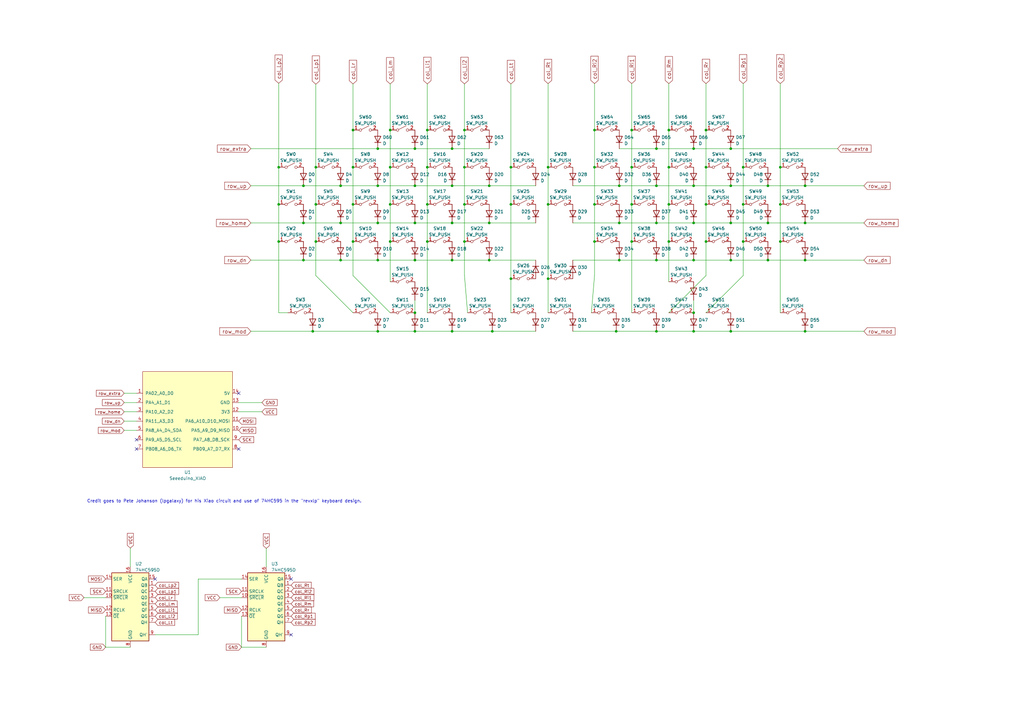
<source format=kicad_sch>
(kicad_sch (version 20211123) (generator eeschema)
  (paper "A3")
  (title_block (title "BumWings_002") (date "2022-11-16") (rev "v0.5") (company "tubby.twins a.k.a. mschnoor"))
  (junction (at 144.78 83.82))
  (junction (at 289.56 68.58))
  (junction (at 299.72 91.44))
  (junction (at 284.48 106.68))
  (junction (at 154.94 76.2))
  (junction (at 284.48 91.44))
  (junction (at 330.2 106.68))
  (junction (at 185.42 91.44))
  (junction (at 330.2 91.44))
  (junction (at 314.96 91.44))
  (junction (at 320.04 68.58))
  (junction (at 144.78 99.06))
  (junction (at 124.46 106.68))
  (junction (at 304.8 99.06))
  (junction (at 269.24 135.89))
  (junction (at 274.32 53.34))
  (junction (at 289.56 83.82))
  (junction (at 299.72 60.96))
  (junction (at 129.54 68.58))
  (junction (at 170.18 91.44))
  (junction (at 200.66 91.44))
  (junction (at 269.24 106.68))
  (junction (at 175.26 83.82))
  (junction (at 190.5 99.06))
  (junction (at 289.56 53.34))
  (junction (at 243.84 83.82))
  (junction (at 243.84 68.58))
  (junction (at 144.78 53.34))
  (junction (at 304.8 83.82))
  (junction (at 330.2 76.2))
  (junction (at 114.3 99.06))
  (junction (at 185.42 76.2))
  (junction (at 284.48 60.96))
  (junction (at 154.94 106.68))
  (junction (at 289.56 99.06))
  (junction (at 284.48 135.89))
  (junction (at 175.26 68.58))
  (junction (at 314.96 76.2))
  (junction (at 124.46 76.2))
  (junction (at 274.32 99.06))
  (junction (at 259.08 83.82))
  (junction (at 330.2 135.89))
  (junction (at 320.04 99.06))
  (junction (at 252.73 135.89))
  (junction (at 274.32 83.82))
  (junction (at 170.18 76.2))
  (junction (at 128.27 135.89))
  (junction (at 154.94 91.44))
  (junction (at 201.93 135.89))
  (junction (at 269.24 60.96))
  (junction (at 185.42 106.68))
  (junction (at 170.18 106.68))
  (junction (at 299.72 135.89))
  (junction (at 175.26 99.06))
  (junction (at 243.84 99.06))
  (junction (at 170.18 128.27))
  (junction (at 209.55 68.58))
  (junction (at 320.04 83.82))
  (junction (at 259.08 53.34))
  (junction (at 139.7 106.68))
  (junction (at 144.78 68.58))
  (junction (at 170.18 60.96))
  (junction (at 254 91.44))
  (junction (at 299.72 106.68))
  (junction (at 190.5 68.58))
  (junction (at 209.55 114.3))
  (junction (at 209.55 83.82))
  (junction (at 254 76.2))
  (junction (at 269.24 91.44))
  (junction (at 114.3 68.58))
  (junction (at 160.02 83.82))
  (junction (at 200.66 76.2))
  (junction (at 224.79 114.3))
  (junction (at 243.84 53.34))
  (junction (at 284.48 76.2))
  (junction (at 259.08 99.06))
  (junction (at 139.7 91.44))
  (junction (at 160.02 68.58))
  (junction (at 124.46 91.44))
  (junction (at 284.48 128.27))
  (junction (at 190.5 53.34))
  (junction (at 154.94 60.96))
  (junction (at 185.42 135.89))
  (junction (at 200.66 106.68))
  (junction (at 185.42 60.96))
  (junction (at 224.79 83.82))
  (junction (at 190.5 83.82))
  (junction (at 170.18 135.89))
  (junction (at 274.32 68.58))
  (junction (at 299.72 76.2))
  (junction (at 224.79 68.58))
  (junction (at 254 106.68))
  (junction (at 160.02 53.34))
  (junction (at 175.26 53.34))
  (junction (at 129.54 83.82))
  (junction (at 314.96 106.68))
  (junction (at 304.8 68.58))
  (junction (at 160.02 99.06))
  (junction (at 269.24 76.2))
  (junction (at 114.3 83.82))
  (junction (at 139.7 76.2))
  (junction (at 259.08 68.58))
  (junction (at 129.54 99.06))
  (junction (at 154.94 135.89))
  (no_connect (at 97.917 161.29))
  (no_connect (at 97.917 184.15))
  (no_connect (at 56.007 184.15))
  (no_connect (at 56.007 180.34))
  (no_connect (at 119.38 237.49))
  (no_connect (at 63.627 237.49))
  (no_connect (at 119.38 260.35))
  (wire (pts (xy 259.08 99.06) (xy 259.08 128.27)))
  (wire (pts (xy 274.32 53.34) (xy 274.32 68.58)))
  (wire (pts (xy 209.55 128.27) (xy 209.55 114.3)))
  (wire (pts (xy 129.54 99.06) (xy 129.54 113.03)))
  (wire (pts (xy 200.66 106.68) (xy 219.71 106.68)))
  (wire (pts (xy 81.28 237.49) (xy 99.06 237.49)))
  (wire (pts (xy 144.78 53.34) (xy 144.78 68.58)))
  (wire (pts (xy 99.06 265.43) (xy 109.22 265.43)))
  (wire (pts (xy 224.79 83.82) (xy 224.79 114.3)))
  (wire (pts (xy 200.66 91.44) (xy 219.71 91.44)))
  (wire (pts (xy 154.94 135.89) (xy 170.18 135.89)))
  (wire (pts (xy 299.72 60.96) (xy 343.535 60.96)))
  (wire (pts (xy 299.72 106.68) (xy 314.96 106.68)))
  (wire (pts (xy 259.08 83.82) (xy 259.08 99.06)))
  (wire (pts (xy 284.48 60.96) (xy 299.72 60.96)))
  (wire (pts (xy 209.55 68.58) (xy 209.55 83.82)))
  (wire (pts (xy 190.5 99.06) (xy 190.5 113.03)))
  (wire (pts (xy 209.55 83.82) (xy 209.55 114.3)))
  (wire (pts (xy 243.84 68.58) (xy 243.84 83.82)))
  (wire (pts (xy 144.78 99.06) (xy 144.78 113.03)))
  (wire (pts (xy 299.72 91.44) (xy 314.96 91.44)))
  (wire (pts (xy 114.3 68.58) (xy 114.3 83.82)))
  (wire (pts (xy 50.927 161.29) (xy 56.007 161.29)))
  (wire (pts (xy 160.02 68.58) (xy 160.02 83.82)))
  (wire (pts (xy 114.3 83.82) (xy 114.3 99.06)))
  (wire (pts (xy 274.32 128.27) (xy 289.56 113.03)))
  (wire (pts (xy 209.55 34.417) (xy 209.55 68.58)))
  (wire (pts (xy 254 106.68) (xy 269.24 106.68)))
  (wire (pts (xy 190.5 53.34) (xy 190.5 68.58)))
  (wire (pts (xy 154.94 91.44) (xy 170.18 91.44)))
  (wire (pts (xy 243.84 99.06) (xy 243.84 113.03)))
  (wire (pts (xy 299.72 76.2) (xy 314.96 76.2)))
  (wire (pts (xy 254 76.2) (xy 269.24 76.2)))
  (wire (pts (xy 314.96 76.2) (xy 330.2 76.2)))
  (wire (pts (xy 81.28 260.35) (xy 81.28 237.49)))
  (wire (pts (xy 190.5 68.58) (xy 190.5 83.82)))
  (wire (pts (xy 224.79 68.58) (xy 224.79 83.82)))
  (wire (pts (xy 154.94 106.68) (xy 170.18 106.68)))
  (wire (pts (xy 102.87 91.44) (xy 124.46 91.44)))
  (wire (pts (xy 160.02 99.06) (xy 160.02 115.57)))
  (wire (pts (xy 170.18 135.89) (xy 185.42 135.89)))
  (wire (pts (xy 289.56 99.06) (xy 289.56 113.03)))
  (wire (pts (xy 124.46 106.68) (xy 139.7 106.68)))
  (wire (pts (xy 219.71 76.2) (xy 200.66 76.2)))
  (wire (pts (xy 201.93 135.89) (xy 219.71 135.89)))
  (wire (pts (xy 320.04 34.29) (xy 320.04 68.58)))
  (wire (pts (xy 124.46 76.2) (xy 139.7 76.2)))
  (wire (pts (xy 284.48 91.44) (xy 299.72 91.44)))
  (wire (pts (xy 190.5 34.417) (xy 190.5 53.34)))
  (wire (pts (xy 284.48 123.19) (xy 284.48 128.27)))
  (wire (pts (xy 320.04 83.82) (xy 320.04 99.06)))
  (wire (pts (xy 170.18 76.2) (xy 185.42 76.2)))
  (wire (pts (xy 234.95 135.89) (xy 252.73 135.89)))
  (wire (pts (xy 63.627 260.35) (xy 81.28 260.35)))
  (wire (pts (xy 50.927 165.1) (xy 56.007 165.1)))
  (wire (pts (xy 43.307 265.43) (xy 53.467 265.43)))
  (wire (pts (xy 234.95 106.68) (xy 254 106.68)))
  (wire (pts (xy 252.73 135.89) (xy 269.24 135.89)))
  (wire (pts (xy 224.79 128.27) (xy 224.79 114.3)))
  (wire (pts (xy 259.08 53.34) (xy 259.08 68.58)))
  (wire (pts (xy 175.26 99.06) (xy 175.26 128.27)))
  (wire (pts (xy 185.42 135.89) (xy 201.93 135.89)))
  (wire (pts (xy 129.54 68.58) (xy 129.54 83.82)))
  (wire (pts (xy 259.08 34.29) (xy 259.08 53.34)))
  (wire (pts (xy 154.94 76.2) (xy 170.18 76.2)))
  (wire (pts (xy 254 91.44) (xy 269.24 91.44)))
  (wire (pts (xy 354.33 106.68) (xy 330.2 106.68)))
  (wire (pts (xy 284.48 76.2) (xy 299.72 76.2)))
  (wire (pts (xy 274.32 68.58) (xy 274.32 83.82)))
  (wire (pts (xy 160.02 83.82) (xy 160.02 99.06)))
  (wire (pts (xy 53.467 224.79) (xy 53.467 232.41)))
  (wire (pts (xy 175.26 34.417) (xy 175.26 53.34)))
  (wire (pts (xy 90.17 245.11) (xy 99.06 245.11)))
  (wire (pts (xy 99.06 252.73) (xy 99.06 265.43)))
  (wire (pts (xy 102.87 76.2) (xy 124.46 76.2)))
  (wire (pts (xy 185.42 76.2) (xy 200.66 76.2)))
  (wire (pts (xy 304.8 83.82) (xy 304.8 99.06)))
  (wire (pts (xy 170.18 123.19) (xy 170.18 128.27)))
  (wire (pts (xy 50.927 172.72) (xy 56.007 172.72)))
  (wire (pts (xy 254 60.96) (xy 269.24 60.96)))
  (wire (pts (xy 284.48 106.68) (xy 299.72 106.68)))
  (wire (pts (xy 289.56 128.27) (xy 304.8 113.03)))
  (wire (pts (xy 354.33 91.44) (xy 330.2 91.44)))
  (wire (pts (xy 243.84 53.34) (xy 243.84 68.58)))
  (wire (pts (xy 175.26 68.58) (xy 175.26 83.82)))
  (wire (pts (xy 185.42 91.44) (xy 200.66 91.44)))
  (wire (pts (xy 289.56 34.29) (xy 289.56 53.34)))
  (wire (pts (xy 109.22 232.41) (xy 109.22 224.917)))
  (wire (pts (xy 284.48 135.89) (xy 299.72 135.89)))
  (wire (pts (xy 102.87 60.96) (xy 154.94 60.96)))
  (wire (pts (xy 243.84 113.03) (xy 242.57 128.27)))
  (wire (pts (xy 185.42 60.96) (xy 170.18 60.96)))
  (wire (pts (xy 274.32 34.29) (xy 274.32 53.34)))
  (wire (pts (xy 50.927 168.91) (xy 56.007 168.91)))
  (wire (pts (xy 314.96 91.44) (xy 330.2 91.44)))
  (wire (pts (xy 139.7 91.44) (xy 154.94 91.44)))
  (wire (pts (xy 43.307 252.73) (xy 43.307 265.43)))
  (wire (pts (xy 170.18 106.68) (xy 185.42 106.68)))
  (wire (pts (xy 354.33 76.2) (xy 330.2 76.2)))
  (wire (pts (xy 139.7 76.2) (xy 154.94 76.2)))
  (wire (pts (xy 190.5 83.82) (xy 190.5 99.06)))
  (wire (pts (xy 304.8 34.29) (xy 304.8 68.58)))
  (wire (pts (xy 160.02 34.417) (xy 160.02 53.34)))
  (wire (pts (xy 102.87 106.68) (xy 124.46 106.68)))
  (wire (pts (xy 144.78 34.417) (xy 144.78 53.34)))
  (wire (pts (xy 234.95 76.2) (xy 254 76.2)))
  (wire (pts (xy 269.24 76.2) (xy 284.48 76.2)))
  (wire (pts (xy 144.78 113.03) (xy 160.02 128.27)))
  (wire (pts (xy 289.56 83.82) (xy 289.56 99.06)))
  (wire (pts (xy 274.32 83.82) (xy 274.32 99.06)))
  (wire (pts (xy 129.54 34.544) (xy 129.54 68.58)))
  (wire (pts (xy 320.04 99.06) (xy 320.04 128.27)))
  (wire (pts (xy 124.46 91.44) (xy 139.7 91.44)))
  (wire (pts (xy 289.56 53.34) (xy 289.56 68.58)))
  (wire (pts (xy 175.26 83.82) (xy 175.26 99.06)))
  (wire (pts (xy 269.24 91.44) (xy 284.48 91.44)))
  (wire (pts (xy 114.3 128.27) (xy 118.11 128.27)))
  (wire (pts (xy 139.7 106.68) (xy 154.94 106.68)))
  (wire (pts (xy 304.8 99.06) (xy 304.8 113.03)))
  (wire (pts (xy 269.24 135.89) (xy 284.48 135.89)))
  (wire (pts (xy 50.927 176.53) (xy 56.007 176.53)))
  (wire (pts (xy 269.24 60.96) (xy 284.48 60.96)))
  (wire (pts (xy 107.442 165.1) (xy 97.917 165.1)))
  (wire (pts (xy 314.96 106.68) (xy 330.2 106.68)))
  (wire (pts (xy 320.04 68.58) (xy 320.04 83.82)))
  (wire (pts (xy 144.78 83.82) (xy 144.78 99.06)))
  (wire (pts (xy 190.5 113.03) (xy 191.77 128.27)))
  (wire (pts (xy 170.18 91.44) (xy 185.42 91.44)))
  (wire (pts (xy 175.26 53.34) (xy 175.26 68.58)))
  (wire (pts (xy 224.79 34.29) (xy 224.79 68.58)))
  (wire (pts (xy 129.54 83.82) (xy 129.54 99.06)))
  (wire (pts (xy 269.24 106.68) (xy 284.48 106.68)))
  (wire (pts (xy 200.66 60.96) (xy 185.42 60.96)))
  (wire (pts (xy 102.87 135.89) (xy 128.27 135.89)))
  (wire (pts (xy 170.18 60.96) (xy 154.94 60.96)))
  (wire (pts (xy 289.56 68.58) (xy 289.56 83.82)))
  (wire (pts (xy 304.8 68.58) (xy 304.8 83.82)))
  (wire (pts (xy 43.307 245.11) (xy 34.417 245.11)))
  (wire (pts (xy 160.02 53.34) (xy 160.02 68.58)))
  (wire (pts (xy 185.42 106.68) (xy 200.66 106.68)))
  (wire (pts (xy 274.32 99.06) (xy 274.32 115.57)))
  (wire (pts (xy 107.442 168.91) (xy 97.917 168.91)))
  (wire (pts (xy 243.84 34.29) (xy 243.84 53.34)))
  (wire (pts (xy 243.84 83.82) (xy 243.84 99.06)))
  (wire (pts (xy 128.27 135.89) (xy 154.94 135.89)))
  (wire (pts (xy 234.95 91.44) (xy 254 91.44)))
  (wire (pts (xy 259.08 68.58) (xy 259.08 83.82)))
  (wire (pts (xy 114.3 34.163) (xy 114.3 68.58)))
  (wire (pts (xy 354.33 135.89) (xy 330.2 135.89)))
  (wire (pts (xy 144.78 68.58) (xy 144.78 83.82)))
  (wire (pts (xy 114.3 99.06) (xy 114.3 128.27)))
  (wire (pts (xy 129.54 113.03) (xy 144.78 128.27)))
  (wire (pts (xy 299.72 135.89) (xy 330.2 135.89)))
  (text "Credit goes to Pete Johanson (lpgalaxy) for his Xiao circuit and use of 74HC595 in the \"revxlp\" keyboard design." (at 35.687 206.375 0) (effects (font (size 1.27 1.27)) (justify left bottom)))
  (global_label "col_Li1" (shape input) (at 175.26 34.417 90) (effects (font (size 1.524 1.524))) (property "Intersheet References" "${INTERSHEET_REFS}" (effects hide)))
  (global_label "col_Lm" (shape input) (at 160.02 34.417 90) (effects (font (size 1.524 1.524))) (property "Intersheet References" "${INTERSHEET_REFS}" (effects hide)))
  (global_label "col_Lr" (shape input) (at 63.627 245.11 0) (property "Intersheet References" "${INTERSHEET_REFS}" (effects hide)))
  (global_label "VCC" (shape input) (at 34.417 245.11 180) (property "Intersheet References" "${INTERSHEET_REFS}" (effects hide)))
  (global_label "row_dn" (shape input) (at 102.87 106.68 180) (effects (font (size 1.524 1.524))) (property "Intersheet References" "${INTERSHEET_REFS}" (effects hide)))
  (global_label "GND" (shape input) (at 43.307 265.43 180) (property "Intersheet References" "${INTERSHEET_REFS}" (effects hide)))
  (global_label "SCK" (shape input) (at 97.917 180.34 0) (property "Intersheet References" "${INTERSHEET_REFS}" (effects hide)))
  (global_label "VCC" (shape input) (at 90.17 245.11 180) (property "Intersheet References" "${INTERSHEET_REFS}" (effects hide)))
  (global_label "row_home" (shape input) (at 50.927 168.91 180) (property "Intersheet References" "${INTERSHEET_REFS}" (effects hide)))
  (global_label "col_Lp1" (shape input) (at 63.627 242.57 0) (property "Intersheet References" "${INTERSHEET_REFS}" (effects hide)))
  (global_label "VCC" (shape input) (at 109.22 224.917 90) (property "Intersheet References" "${INTERSHEET_REFS}" (effects hide)))
  (global_label "col_Lp2" (shape input) (at 63.627 240.03 0) (property "Intersheet References" "${INTERSHEET_REFS}" (effects hide)))
  (global_label "col_Rp1" (shape input) (at 304.8 34.29 90) (effects (font (size 1.524 1.524))) (property "Intersheet References" "${INTERSHEET_REFS}" (effects hide)))
  (global_label "row_extra" (shape input) (at 50.927 161.29 180) (property "Intersheet References" "${INTERSHEET_REFS}" (effects hide)))
  (global_label "MISO" (shape input) (at 99.06 250.19 180) (property "Intersheet References" "${INTERSHEET_REFS}" (effects hide)))
  (global_label "MISO" (shape input) (at 97.917 176.53 0) (property "Intersheet References" "${INTERSHEET_REFS}" (effects hide)))
  (global_label "row_mod" (shape input) (at 50.927 176.53 180) (property "Intersheet References" "${INTERSHEET_REFS}" (effects hide)))
  (global_label "col_Lp1" (shape input) (at 129.54 34.544 90) (effects (font (size 1.524 1.524))) (property "Intersheet References" "${INTERSHEET_REFS}" (effects hide)))
  (global_label "col_Rr" (shape input) (at 119.38 250.19 0) (property "Intersheet References" "${INTERSHEET_REFS}" (effects hide)))
  (global_label "MISO" (shape input) (at 43.307 250.19 180) (property "Intersheet References" "${INTERSHEET_REFS}" (effects hide)))
  (global_label "SCK" (shape input) (at 43.307 242.57 180) (property "Intersheet References" "${INTERSHEET_REFS}" (effects hide)))
  (global_label "col_Rp2" (shape input) (at 119.38 255.27 0) (property "Intersheet References" "${INTERSHEET_REFS}" (effects hide)))
  (global_label "MOSI" (shape input) (at 97.917 172.72 0) (property "Intersheet References" "${INTERSHEET_REFS}" (effects hide)))
  (global_label "col_Ri2" (shape input) (at 119.38 242.57 0) (property "Intersheet References" "${INTERSHEET_REFS}" (effects hide)))
  (global_label "col_Ri2" (shape input) (at 243.84 34.29 90) (effects (font (size 1.524 1.524))) (property "Intersheet References" "${INTERSHEET_REFS}" (effects hide)))
  (global_label "col_Lt" (shape input) (at 63.627 255.27 0) (property "Intersheet References" "${INTERSHEET_REFS}" (effects hide)))
  (global_label "col_Lp2" (shape input) (at 114.3 34.163 90) (effects (font (size 1.524 1.524))) (property "Intersheet References" "${INTERSHEET_REFS}" (effects hide)))
  (global_label "row_mod" (shape input) (at 354.33 135.89 0) (effects (font (size 1.524 1.524))) (property "Intersheet References" "${INTERSHEET_REFS}" (effects hide)))
  (global_label "col_Rt" (shape input) (at 224.79 34.29 90) (effects (font (size 1.524 1.524))) (property "Intersheet References" "${INTERSHEET_REFS}" (effects hide)))
  (global_label "col_Lt" (shape input) (at 209.55 34.417 90) (effects (font (size 1.524 1.524))) (property "Intersheet References" "${INTERSHEET_REFS}" (effects hide)))
  (global_label "SCK" (shape input) (at 99.06 242.57 180) (property "Intersheet References" "${INTERSHEET_REFS}" (effects hide)))
  (global_label "GND" (shape input) (at 99.06 265.43 180) (property "Intersheet References" "${INTERSHEET_REFS}" (effects hide)))
  (global_label "row_dn" (shape input) (at 50.927 172.72 180) (property "Intersheet References" "${INTERSHEET_REFS}" (effects hide)))
  (global_label "col_Lr" (shape input) (at 144.78 34.417 90) (effects (font (size 1.524 1.524))) (property "Intersheet References" "${INTERSHEET_REFS}" (effects hide)))
  (global_label "col_Rp1" (shape input) (at 119.38 252.73 0) (property "Intersheet References" "${INTERSHEET_REFS}" (effects hide)))
  (global_label "VCC" (shape input) (at 53.467 224.79 90) (property "Intersheet References" "${INTERSHEET_REFS}" (effects hide)))
  (global_label "row_dn" (shape input) (at 354.33 106.68 0) (effects (font (size 1.524 1.524))) (property "Intersheet References" "${INTERSHEET_REFS}" (effects hide)))
  (global_label "VCC" (shape input) (at 107.442 168.91 0) (property "Intersheet References" "${INTERSHEET_REFS}" (effects hide)))
  (global_label "row_up" (shape input) (at 50.927 165.1 180) (property "Intersheet References" "${INTERSHEET_REFS}" (effects hide)))
  (global_label "row_extra" (shape input) (at 102.87 60.96 180) (effects (font (size 1.524 1.524))) (property "Intersheet References" "${INTERSHEET_REFS}" (effects hide)))
  (global_label "col_Rr" (shape input) (at 289.56 34.29 90) (effects (font (size 1.524 1.524))) (property "Intersheet References" "${INTERSHEET_REFS}" (effects hide)))
  (global_label "col_Rp2" (shape input) (at 320.04 34.29 90) (effects (font (size 1.524 1.524))) (property "Intersheet References" "${INTERSHEET_REFS}" (effects hide)))
  (global_label "GND" (shape input) (at 107.442 165.1 0) (property "Intersheet References" "${INTERSHEET_REFS}" (effects hide)))
  (global_label "row_home" (shape input) (at 102.87 91.44 180) (effects (font (size 1.524 1.524))) (property "Intersheet References" "${INTERSHEET_REFS}" (effects hide)))
  (global_label "row_extra" (shape input) (at 343.535 60.96 0) (effects (font (size 1.524 1.524))) (property "Intersheet References" "${INTERSHEET_REFS}" (effects hide)))
  (global_label "row_mod" (shape input) (at 102.87 135.89 180) (effects (font (size 1.524 1.524))) (property "Intersheet References" "${INTERSHEET_REFS}" (effects hide)))
  (global_label "col_Rm" (shape input) (at 274.32 34.29 90) (effects (font (size 1.524 1.524))) (property "Intersheet References" "${INTERSHEET_REFS}" (effects hide)))
  (global_label "col_Lm" (shape input) (at 63.627 247.65 0) (property "Intersheet References" "${INTERSHEET_REFS}" (effects hide)))
  (global_label "col_Li1" (shape input) (at 63.627 250.19 0) (property "Intersheet References" "${INTERSHEET_REFS}" (effects hide)))
  (global_label "col_Ri1" (shape input) (at 259.08 34.29 90) (effects (font (size 1.524 1.524))) (property "Intersheet References" "${INTERSHEET_REFS}" (effects hide)))
  (global_label "col_Rt" (shape input) (at 119.38 240.03 0) (property "Intersheet References" "${INTERSHEET_REFS}" (effects hide)))
  (global_label "row_up" (shape input) (at 102.87 76.2 180) (effects (font (size 1.524 1.524))) (property "Intersheet References" "${INTERSHEET_REFS}" (effects hide)))
  (global_label "row_up" (shape input) (at 354.33 76.2 0) (effects (font (size 1.524 1.524))) (property "Intersheet References" "${INTERSHEET_REFS}" (effects hide)))
  (global_label "col_Ri1" (shape input) (at 119.38 245.11 0) (property "Intersheet References" "${INTERSHEET_REFS}" (effects hide)))
  (global_label "col_Li2" (shape input) (at 190.5 34.417 90) (effects (font (size 1.524 1.524))) (property "Intersheet References" "${INTERSHEET_REFS}" (effects hide)))
  (global_label "col_Rm" (shape input) (at 119.38 247.65 0) (property "Intersheet References" "${INTERSHEET_REFS}" (effects hide)))
  (global_label "MOSI" (shape input) (at 43.307 237.49 180) (property "Intersheet References" "${INTERSHEET_REFS}" (effects hide)))
  (global_label "row_home" (shape input) (at 354.33 91.44 0) (effects (font (size 1.524 1.524))) (property "Intersheet References" "${INTERSHEET_REFS}" (effects hide)))
  (global_label "col_Li2" (shape input) (at 63.627 252.73 0) (property "Intersheet References" "${INTERSHEET_REFS}" (effects hide)))
  (symbol (lib_id "Device:D") (at 124.46 72.39 90) (unit 1)
    (property "Reference" "D0" (at 126.492 71.5553 90) (effects (justify right)))
    (property "Value" "D" (at 126.492 74.0922 90) (effects (justify right)))
    (property "Footprint" "BumWings_Library:Diode_D_SOD-123" (effects hide))
  )
  (symbol (lib_id "BumWings_SymLibrary:Key_Switch") (at 123.19 128.27 0) (unit 1)
    (property "Reference" "SW3" (at 123.19 122.9192 0))
    (property "Value" "SW_PUSH" (at 123.19 125.4561 0))
    (property "Footprint" "BumWings_Library:Kailh_PG1350_1.5u_hotswap" (effects hide))
  )
  (symbol (lib_id "Device:D") (at 269.24 87.63 90) (unit 1)
    (property "Reference" "D37" (at 271.272 86.7953 90) (effects (justify right)))
    (property "Value" "D" (at 271.272 89.3322 90) (effects (justify right)))
    (property "Footprint" "BumWings_Library:Diode_D_SOD-123" (effects hide))
  )
  (symbol (lib_id "Device:D") (at 269.24 57.15 90) (unit 1)
    (property "Reference" "D65" (at 271.272 56.3153 90) (effects (justify right)))
    (property "Value" "D" (at 271.272 58.8522 90) (effects (justify right)))
    (property "Footprint" "BumWings_Library:Diode_D_SOD-123" (effects hide))
  )
  (symbol (lib_id "Device:D") (at 185.42 102.87 90) (unit 1)
    (property "Reference" "D18" (at 187.452 102.0353 90) (effects (justify right)))
    (property "Value" "D" (at 187.452 104.5722 90) (effects (justify right)))
    (property "Footprint" "BumWings_Library:Diode_D_SOD-123" (effects hide))
  )
  (symbol (lib_id "Device:D") (at 139.7 87.63 90) (unit 1)
    (property "Reference" "D5" (at 141.732 86.7953 90) (effects (justify right)))
    (property "Value" "D" (at 141.732 89.3322 90) (effects (justify right)))
    (property "Footprint" "BumWings_Library:Diode_D_SOD-123" (effects hide))
  )
  (symbol (lib_id "BumWings_SymLibrary:Key_Switch") (at 165.1 115.57 0) (unit 1)
    (property "Reference" "SW15" (at 165.1 110.2192 0))
    (property "Value" "SW_PUSH" (at 165.1 112.7561 0))
    (property "Footprint" "BumWings_Library:Kailh_PG1350_1u_hotswap" (effects hide))
  )
  (symbol (lib_id "BumWings_SymLibrary:Key_Switch") (at 180.34 128.27 0) (unit 1)
    (property "Reference" "SW19" (at 180.34 122.9192 0))
    (property "Value" "SW_PUSH" (at 180.34 125.4561 0))
    (property "Footprint" "BumWings_Library:Kailh_PG1350_1u_hotswap" (effects hide))
  )
  (symbol (lib_id "Device:D") (at 219.71 132.08 90) (unit 1)
    (property "Reference" "D27" (at 221.742 131.2453 90) (effects (justify right)))
    (property "Value" "D" (at 221.742 133.7822 90) (effects (justify right)))
    (property "Footprint" "BumWings_Library:Diode_D_SOD-123" (effects hide))
  )
  (symbol (lib_id "Device:D") (at 299.72 72.39 90) (unit 1)
    (property "Reference" "D44" (at 301.752 71.5553 90) (effects (justify right)))
    (property "Value" "D" (at 301.752 74.0922 90) (effects (justify right)))
    (property "Footprint" "BumWings_Library:Diode_D_SOD-123" (effects hide))
  )
  (symbol (lib_id "Device:D") (at 330.2 132.08 90) (unit 1)
    (property "Reference" "D55" (at 332.232 131.2453 90) (effects (justify right)))
    (property "Value" "D" (at 332.232 133.7822 90) (effects (justify right)))
    (property "Footprint" "BumWings_Library:Diode_D_SOD-123" (effects hide))
  )
  (symbol (lib_id "Device:D") (at 254 102.87 90) (unit 1)
    (property "Reference" "D34" (at 256.032 102.0353 90) (effects (justify right)))
    (property "Value" "D" (at 256.032 104.5722 90) (effects (justify right)))
    (property "Footprint" "BumWings_Library:Diode_D_SOD-123" (effects hide))
  )
  (symbol (lib_id "Device:D") (at 154.94 57.15 90) (unit 1)
    (property "Reference" "D60" (at 156.972 56.3153 90) (effects (justify right)))
    (property "Value" "D" (at 156.972 58.8522 90) (effects (justify right)))
    (property "Footprint" "BumWings_Library:Diode_D_SOD-123" (effects hide))
  )
  (symbol (lib_id "BumWings_SymLibrary:Key_Switch") (at 229.87 128.27 0) (unit 1)
    (property "Reference" "SW31" (at 229.87 122.9192 0))
    (property "Value" "SW_PUSH" (at 229.87 125.4561 0))
    (property "Footprint" "BumWings_Library:Kailh_PG1350_1.5u_hotswap" (effects hide))
  )
  (symbol (lib_id "Device:D") (at 219.71 72.39 90) (unit 1)
    (property "Reference" "D24" (at 221.742 71.5553 90) (effects (justify right)))
    (property "Value" "D" (at 221.742 74.0922 90) (effects (justify right)))
    (property "Footprint" "BumWings_Library:Diode_D_SOD-123" (effects hide))
  )
  (symbol (lib_id "Device:D") (at 200.66 87.63 90) (unit 1)
    (property "Reference" "D21" (at 202.692 86.7953 90) (effects (justify right)))
    (property "Value" "D" (at 202.692 89.3322 90) (effects (justify right)))
    (property "Footprint" "BumWings_Library:Diode_D_SOD-123" (effects hide))
  )
  (symbol (lib_id "Device:D") (at 234.95 72.39 90) (unit 1)
    (property "Reference" "D28" (at 236.982 71.5553 90) (effects (justify right)))
    (property "Value" "D" (at 236.982 74.0922 90) (effects (justify right)))
    (property "Footprint" "BumWings_Library:Diode_D_SOD-123" (effects hide))
  )
  (symbol (lib_id "Device:D") (at 185.42 57.15 90) (unit 1)
    (property "Reference" "D62" (at 187.452 56.3153 90) (effects (justify right)))
    (property "Value" "D" (at 187.452 58.8522 90) (effects (justify right)))
    (property "Footprint" "BumWings_Library:Diode_D_SOD-123" (effects hide))
  )
  (symbol (lib_id "Device:D") (at 201.93 132.08 90) (unit 1)
    (property "Reference" "D23" (at 203.962 131.2453 90) (effects (justify right)))
    (property "Value" "D" (at 203.962 133.7822 90) (effects (justify right)))
    (property "Footprint" "BumWings_Library:Diode_D_SOD-123" (effects hide))
  )
  (symbol (lib_id "Device:D") (at 234.95 110.49 270) (unit 1)
    (property "Reference" "D30" (at 236.982 109.6553 90) (effects (justify left)))
    (property "Value" "D" (at 236.982 112.1922 90) (effects (justify left)))
    (property "Footprint" "BumWings_Library:Diode_D_SOD-123" (effects hide))
  )
  (symbol (lib_id "BumWings_SymLibrary:Key_Switch") (at 119.38 68.58 0) (unit 1)
    (property "Reference" "SW0" (at 119.38 63.2292 0))
    (property "Value" "SW_PUSH" (at 119.38 65.7661 0))
    (property "Footprint" "BumWings_Library:Kailh_PG1350_1u_hotswap" (effects hide))
  )
  (symbol (lib_id "BumWings_SymLibrary:Key_Switch") (at 247.65 128.27 0) (unit 1)
    (property "Reference" "SW35" (at 247.65 122.9192 0))
    (property "Value" "SW_PUSH" (at 247.65 125.4561 0))
    (property "Footprint" "BumWings_Library:Kailh_PG1350_2u_stab_hotswap" (effects hide))
  )
  (symbol (lib_id "Device:D") (at 139.7 72.39 90) (unit 1)
    (property "Reference" "D4" (at 141.732 71.5553 90) (effects (justify right)))
    (property "Value" "D" (at 141.732 74.0922 90) (effects (justify right)))
    (property "Footprint" "BumWings_Library:Diode_D_SOD-123" (effects hide))
  )
  (symbol (lib_id "Device:D") (at 284.48 119.38 90) (unit 1)
    (property "Reference" "D43" (at 286.512 118.5453 90) (effects (justify right)))
    (property "Value" "D" (at 286.512 121.0822 90) (effects (justify right)))
    (property "Footprint" "BumWings_Library:Diode_D_SOD-123" (effects hide))
  )
  (symbol (lib_id "BumWings_SymLibrary:Key_Switch") (at 294.64 53.34 0) (unit 1)
    (property "Reference" "SW67" (at 294.64 47.9892 0))
    (property "Value" "SW_PUSH" (at 294.64 50.5261 0))
    (property "Footprint" "BumWings_Library:Kailh_PG1350_1u_hotswap" (effects hide))
  )
  (symbol (lib_id "Device:D") (at 330.2 102.87 90) (unit 1)
    (property "Reference" "D54" (at 332.232 102.0353 90) (effects (justify right)))
    (property "Value" "D" (at 332.232 104.5722 90) (effects (justify right)))
    (property "Footprint" "BumWings_Library:Diode_D_SOD-123" (effects hide))
  )
  (symbol (lib_id "BumWings_SymLibrary:Key_Switch") (at 279.4 83.82 0) (unit 1)
    (property "Reference" "SW41" (at 279.4 78.4692 0))
    (property "Value" "SW_PUSH" (at 279.4 81.0061 0))
    (property "Footprint" "BumWings_Library:Kailh_PG1350_1u_hotswap" (effects hide))
  )
  (symbol (lib_id "Device:D") (at 200.66 72.39 90) (unit 1)
    (property "Reference" "D20" (at 202.692 71.5553 90) (effects (justify right)))
    (property "Value" "D" (at 202.692 74.0922 90) (effects (justify right)))
    (property "Footprint" "BumWings_Library:Diode_D_SOD-123" (effects hide))
  )
  (symbol (lib_id "BumWings_SymLibrary:Key_Switch") (at 309.88 99.06 0) (unit 1)
    (property "Reference" "SW50" (at 309.88 93.7092 0))
    (property "Value" "SW_PUSH" (at 309.88 96.2461 0))
    (property "Footprint" "BumWings_Library:Kailh_PG1350_1u_hotswap" (effects hide))
  )
  (symbol (lib_id "Device:D") (at 170.18 87.63 90) (unit 1)
    (property "Reference" "D13" (at 172.212 86.7953 90) (effects (justify right)))
    (property "Value" "D" (at 172.212 89.3322 90) (effects (justify right)))
    (property "Footprint" "BumWings_Library:Diode_D_SOD-123" (effects hide))
  )
  (symbol (lib_id "Device:D") (at 299.72 57.15 90) (unit 1)
    (property "Reference" "D67" (at 301.752 56.3153 90) (effects (justify right)))
    (property "Value" "D" (at 301.752 58.8522 90) (effects (justify right)))
    (property "Footprint" "BumWings_Library:Diode_D_SOD-123" (effects hide))
  )
  (symbol (lib_id "BumWings_SymLibrary:Key_Switch") (at 264.16 68.58 0) (unit 1)
    (property "Reference" "SW36" (at 264.16 63.2292 0))
    (property "Value" "SW_PUSH" (at 264.16 65.7661 0))
    (property "Footprint" "BumWings_Library:Kailh_PG1350_1u_hotswap" (effects hide))
  )
  (symbol (lib_id "Device:D") (at 299.72 132.08 90) (unit 1)
    (property "Reference" "D51" (at 301.752 131.2453 90) (effects (justify right)))
    (property "Value" "D" (at 301.752 133.7822 90) (effects (justify right)))
    (property "Footprint" "BumWings_Library:Diode_D_SOD-123" (effects hide))
  )
  (symbol (lib_id "BumWings_SymLibrary:Key_Switch") (at 325.12 83.82 0) (unit 1)
    (property "Reference" "SW53" (at 325.12 78.4692 0))
    (property "Value" "SW_PUSH" (at 325.12 81.0061 0))
    (property "Footprint" "BumWings_Library:Kailh_PG1350_1u_hotswap" (effects hide))
  )
  (symbol (lib_id "BumWings_SymLibrary:Key_Switch") (at 196.85 128.27 0) (unit 1)
    (property "Reference" "SW23" (at 196.85 122.9192 0))
    (property "Value" "SW_PUSH" (at 196.85 125.4561 0))
    (property "Footprint" "BumWings_Library:Kailh_PG1350_2u_stab_hotswap" (effects hide))
  )
  (symbol (lib_id "Device:D") (at 154.94 72.39 90) (unit 1)
    (property "Reference" "D8" (at 156.972 71.5553 90) (effects (justify right)))
    (property "Value" "D" (at 156.972 74.0922 90) (effects (justify right)))
    (property "Footprint" "BumWings_Library:Diode_D_SOD-123" (effects hide))
  )
  (symbol (lib_id "Device:D") (at 269.24 72.39 90) (unit 1)
    (property "Reference" "D36" (at 267.208 71.5553 90) (effects (justify left)))
    (property "Value" "D" (at 267.208 74.0922 90) (effects (justify left)))
    (property "Footprint" "BumWings_Library:Diode_D_SOD-123" (effects hide))
  )
  (symbol (lib_id "BumWings_SymLibrary:Key_Switch") (at 325.12 99.06 0) (unit 1)
    (property "Reference" "SW54" (at 325.12 93.7092 0))
    (property "Value" "SW_PUSH" (at 325.12 96.2461 0))
    (property "Footprint" "BumWings_Library:Kailh_PG1350_1u_hotswap" (effects hide))
  )
  (symbol (lib_id "Device:D") (at 185.42 87.63 90) (unit 1)
    (property "Reference" "D17" (at 187.452 86.7953 90) (effects (justify right)))
    (property "Value" "D" (at 187.452 89.3322 90) (effects (justify right)))
    (property "Footprint" "BumWings_Library:Diode_D_SOD-123" (effects hide))
  )
  (symbol (lib_id "Seeeduino XIAO:SeeeduinoXIAO_BLE") (at 77.597 172.72 0) (unit 1)
    (property "Reference" "U1" (at 76.962 193.6734 0))
    (property "Value" "Seeeduino_XIAO" (at 76.962 196.2103 0))
    (property "Footprint" "BumWings_Library:SeeeduinoXIAO_simple-2.54-21X17.8MM" (effects hide))
  )
  (symbol (lib_id "BumWings_SymLibrary:Key_Switch") (at 309.88 68.58 0) (unit 1)
    (property "Reference" "SW48" (at 309.88 63.2292 0))
    (property "Value" "SW_PUSH" (at 309.88 65.7661 0))
    (property "Footprint" "BumWings_Library:Kailh_PG1350_1u_hotswap" (effects hide))
  )
  (symbol (lib_id "BumWings_SymLibrary:Key_Switch") (at 264.16 83.82 0) (unit 1)
    (property "Reference" "SW37" (at 264.16 78.4692 0))
    (property "Value" "SW_PUSH" (at 264.16 81.0061 0))
    (property "Footprint" "BumWings_Library:Kailh_PG1350_1u_hotswap" (effects hide))
  )
  (symbol (lib_id "Device:D") (at 219.71 110.49 270) (unit 1)
    (property "Reference" "D26" (at 221.742 109.6553 90) (effects (justify left)))
    (property "Value" "D" (at 221.742 112.1922 90) (effects (justify left)))
    (property "Footprint" "BumWings_Library:Diode_D_SOD-123" (effects hide))
  )
  (symbol (lib_id "Device:D") (at 284.48 132.08 90) (unit 1)
    (property "Reference" "D47" (at 286.512 131.2453 90) (effects (justify right)))
    (property "Value" "D" (at 286.512 133.7822 90) (effects (justify right)))
    (property "Footprint" "BumWings_Library:Diode_D_SOD-123" (effects hide))
  )
  (symbol (lib_id "BumWings_SymLibrary:Key_Switch") (at 309.88 83.82 0) (unit 1)
    (property "Reference" "SW49" (at 309.88 78.4692 0))
    (property "Value" "SW_PUSH" (at 309.88 81.0061 0))
    (property "Footprint" "BumWings_Library:Kailh_PG1350_1u_hotswap" (effects hide))
  )
  (symbol (lib_id "Device:D") (at 170.18 72.39 90) (unit 1)
    (property "Reference" "D12" (at 172.212 71.5553 90) (effects (justify right)))
    (property "Value" "D" (at 172.212 74.0922 90) (effects (justify right)))
    (property "Footprint" "BumWings_Library:Diode_D_SOD-123" (effects hide))
  )
  (symbol (lib_id "BumWings_SymLibrary:Key_Switch") (at 195.58 68.58 0) (unit 1)
    (property "Reference" "SW20" (at 195.58 63.2292 0))
    (property "Value" "SW_PUSH" (at 195.58 65.7661 0))
    (property "Footprint" "BumWings_Library:Kailh_PG1350_1u_hotswap" (effects hide))
  )
  (symbol (lib_id "BumWings_SymLibrary:Key_Switch") (at 119.38 83.82 0) (unit 1)
    (property "Reference" "SW1" (at 119.38 78.4692 0))
    (property "Value" "SW_PUSH" (at 119.38 81.0061 0))
    (property "Footprint" "BumWings_Library:Kailh_PG1350_1u_hotswap" (effects hide))
  )
  (symbol (lib_id "Device:D") (at 330.2 72.39 90) (unit 1)
    (property "Reference" "D52" (at 332.232 71.5553 90) (effects (justify right)))
    (property "Value" "D" (at 332.232 74.0922 90) (effects (justify right)))
    (property "Footprint" "BumWings_Library:Diode_D_SOD-123" (effects hide))
  )
  (symbol (lib_id "BumWings_SymLibrary:Key_Switch") (at 180.34 68.58 0) (unit 1)
    (property "Reference" "SW16" (at 180.34 63.2292 0))
    (property "Value" "SW_PUSH" (at 180.34 65.7661 0))
    (property "Footprint" "BumWings_Library:Kailh_PG1350_1u_hotswap" (effects hide))
  )
  (symbol (lib_id "BumWings_SymLibrary:Key_Switch") (at 149.86 53.34 0) (unit 1)
    (property "Reference" "SW60" (at 149.86 47.9892 0))
    (property "Value" "SW_PUSH" (at 149.86 50.5261 0))
    (property "Footprint" "BumWings_Library:Kailh_PG1350_1u_hotswap" (effects hide))
  )
  (symbol (lib_id "BumWings_SymLibrary:Key_Switch") (at 325.12 128.27 0) (unit 1)
    (property "Reference" "SW55" (at 325.12 122.9192 0))
    (property "Value" "SW_PUSH" (at 325.12 125.4561 0))
    (property "Footprint" "BumWings_Library:Kailh_PG1350_1.5u_hotswap" (effects hide))
  )
  (symbol (lib_id "BumWings_SymLibrary:Key_Switch") (at 214.63 128.27 0) (unit 1)
    (property "Reference" "SW27" (at 214.63 122.9192 0))
    (property "Value" "SW_PUSH" (at 214.63 125.4561 0))
    (property "Footprint" "BumWings_Library:Kailh_PG1350_1.5u_hotswap" (effects hide))
  )
  (symbol (lib_id "BumWings_SymLibrary:Key_Switch") (at 149.86 83.82 0) (unit 1)
    (property "Reference" "SW9" (at 149.86 78.4692 0))
    (property "Value" "SW_PUSH" (at 149.86 81.0061 0))
    (property "Footprint" "BumWings_Library:Kailh_PG1350_1u_hotswap" (effects hide))
  )
  (symbol (lib_id "BumWings_SymLibrary:Key_Switch") (at 279.4 115.57 0) (unit 1)
    (property "Reference" "SW43" (at 279.4 110.2192 0))
    (property "Value" "SW_PUSH" (at 279.4 112.7561 0))
    (property "Footprint" "BumWings_Library:Kailh_PG1350_1u_hotswap" (effects hide))
  )
  (symbol (lib_id "BumWings_SymLibrary:Key_Switch") (at 180.34 83.82 0) (unit 1)
    (property "Reference" "SW17" (at 180.34 78.4692 0))
    (property "Value" "SW_PUSH" (at 180.34 81.0061 0))
    (property "Footprint" "BumWings_Library:Kailh_PG1350_1u_hotswap" (effects hide))
  )
  (symbol (lib_id "BumWings_SymLibrary:Key_Switch") (at 165.1 128.27 0) (unit 1)
    (property "Reference" "SW11" (at 165.1 122.9192 0))
    (property "Value" "SW_PUSH" (at 165.1 125.4561 0))
    (property "Footprint" "BumWings_Library:Kailh_PG1350_1u_hotswap" (effects hide))
  )
  (symbol (lib_id "BumWings_SymLibrary:Key_Switch") (at 229.87 68.58 0) (unit 1)
    (property "Reference" "SW28" (at 229.87 63.2292 0))
    (property "Value" "SW_PUSH" (at 229.87 65.7661 0))
    (property "Footprint" "BumWings_Library:Kailh_PG1350_1u_hotswap" (effects hide))
  )
  (symbol (lib_id "BumWings_SymLibrary:Key_Switch") (at 264.16 53.34 0) (unit 1)
    (property "Reference" "SW65" (at 264.16 47.9892 0))
    (property "Value" "SW_PUSH" (at 264.16 50.5261 0))
    (property "Footprint" "BumWings_Library:Kailh_PG1350_1u_hotswap" (effects hide))
  )
  (symbol (lib_id "Device:D") (at 170.18 119.38 90) (unit 1)
    (property "Reference" "D15" (at 172.212 118.5453 90) (effects (justify right)))
    (property "Value" "D" (at 172.212 121.0822 90) (effects (justify right)))
    (property "Footprint" "BumWings_Library:Diode_D_SOD-123" (effects hide))
  )
  (symbol (lib_id "Device:D") (at 314.96 87.63 90) (unit 1)
    (property "Reference" "D49" (at 312.928 86.7953 90) (effects (justify left)))
    (property "Value" "D" (at 312.928 89.3322 90) (effects (justify left)))
    (property "Footprint" "BumWings_Library:Diode_D_SOD-123" (effects hide))
  )
  (symbol (lib_id "Device:D") (at 254 57.15 90) (unit 1)
    (property "Reference" "D64" (at 256.032 56.3153 90) (effects (justify right)))
    (property "Value" "D" (at 256.032 58.8522 90) (effects (justify right)))
    (property "Footprint" "BumWings_Library:Diode_D_SOD-123" (effects hide))
  )
  (symbol (lib_id "BumWings_SymLibrary:Key_Switch") (at 195.58 53.34 0) (unit 1)
    (property "Reference" "SW63" (at 195.58 47.9892 0))
    (property "Value" "SW_PUSH" (at 195.58 50.5261 0))
    (property "Footprint" "BumWings_Library:Kailh_PG1350_1u_hotswap" (effects hide))
  )
  (symbol (lib_id "BumWings_SymLibrary:Key_Switch") (at 119.38 99.06 0) (unit 1)
    (property "Reference" "SW2" (at 119.38 93.7092 0))
    (property "Value" "SW_PUSH" (at 119.38 96.2461 0))
    (property "Footprint" "BumWings_Library:Kailh_PG1350_1u_hotswap" (effects hide))
  )
  (symbol (lib_id "BumWings_SymLibrary:Key_Switch") (at 149.86 68.58 0) (unit 1)
    (property "Reference" "SW8" (at 149.86 63.2292 0))
    (property "Value" "SW_PUSH" (at 149.86 65.7661 0))
    (property "Footprint" "BumWings_Library:Kailh_PG1350_1u_hotswap" (effects hide))
  )
  (symbol (lib_id "Device:D") (at 200.66 57.15 90) (unit 1)
    (property "Reference" "D63" (at 202.692 56.3153 90) (effects (justify right)))
    (property "Value" "D" (at 202.692 58.8522 90) (effects (justify right)))
    (property "Footprint" "BumWings_Library:Diode_D_SOD-123" (effects hide))
  )
  (symbol (lib_id "BumWings_SymLibrary:Key_Switch") (at 214.63 83.82 0) (unit 1)
    (property "Reference" "SW25" (at 214.63 78.4692 0))
    (property "Value" "SW_PUSH" (at 214.63 81.0061 0))
    (property "Footprint" "BumWings_Library:Kailh_PG1350_1.5u_hotswap" (effects hide))
  )
  (symbol (lib_id "BumWings_SymLibrary:Key_Switch") (at 248.92 99.06 0) (unit 1)
    (property "Reference" "SW34" (at 248.92 93.7092 0))
    (property "Value" "SW_PUSH" (at 248.92 96.2461 0))
    (property "Footprint" "BumWings_Library:Kailh_PG1350_1u_hotswap" (effects hide))
  )
  (symbol (lib_id "BumWings_SymLibrary:Key_Switch") (at 214.63 114.3 0) (unit 1)
    (property "Reference" "SW26" (at 214.63 108.9492 0))
    (property "Value" "SW_PUSH" (at 214.63 111.4861 0))
    (property "Footprint" "BumWings_Library:Kailh_PG1350_1u_hotswap" (effects hide))
  )
  (symbol (lib_id "Device:D") (at 128.27 132.08 90) (unit 1)
    (property "Reference" "D3" (at 130.302 131.2453 90) (effects (justify right)))
    (property "Value" "D" (at 130.302 133.7822 90) (effects (justify right)))
    (property "Footprint" "BumWings_Library:Diode_D_SOD-123" (effects hide))
  )
  (symbol (lib_id "Device:D") (at 139.7 102.87 90) (unit 1)
    (property "Reference" "D6" (at 141.732 102.0353 90) (effects (justify right)))
    (property "Value" "D" (at 141.732 104.5722 90) (effects (justify right)))
    (property "Footprint" "BumWings_Library:Diode_D_SOD-123" (effects hide))
  )
  (symbol (lib_id "BumWings_SymLibrary:Key_Switch") (at 195.58 83.82 0) (unit 1)
    (property "Reference" "SW21" (at 195.58 78.4692 0))
    (property "Value" "SW_PUSH" (at 195.58 81.0061 0))
    (property "Footprint" "BumWings_Library:Kailh_PG1350_1u_hotswap" (effects hide))
  )
  (symbol (lib_id "Device:D") (at 299.72 87.63 90) (unit 1)
    (property "Reference" "D45" (at 301.752 86.7953 90) (effects (justify right)))
    (property "Value" "D" (at 301.752 89.3322 90) (effects (justify right)))
    (property "Footprint" "BumWings_Library:Diode_D_SOD-123" (effects hide))
  )
  (symbol (lib_id "BumWings_SymLibrary:Key_Switch") (at 279.4 99.06 0) (unit 1)
    (property "Reference" "SW42" (at 279.4 93.7092 0))
    (property "Value" "SW_PUSH" (at 279.4 96.2461 0))
    (property "Footprint" "BumWings_Library:Kailh_PG1350_1u_hotswap" (effects hide))
  )
  (symbol (lib_id "Device:D") (at 269.24 102.87 90) (unit 1)
    (property "Reference" "D38" (at 271.272 102.0353 90) (effects (justify right)))
    (property "Value" "D" (at 271.272 104.5722 90) (effects (justify right)))
    (property "Footprint" "BumWings_Library:Diode_D_SOD-123" (effects hide))
  )
  (symbol (lib_id "BumWings_SymLibrary:Key_Switch") (at 279.4 128.27 0) (unit 1)
    (property "Reference" "SW47" (at 279.4 122.9192 0))
    (property "Value" "SW_PUSH" (at 279.4 125.4561 0))
    (property "Footprint" "BumWings_Library:Kailh_PG1350_1u_hotswap" (effects hide))
  )
  (symbol (lib_id "Device:D") (at 170.18 132.08 90) (unit 1)
    (property "Reference" "D11" (at 172.212 131.2453 90) (effects (justify right)))
    (property "Value" "D" (at 172.212 133.7822 90) (effects (justify right)))
    (property "Footprint" "BumWings_Library:Diode_D_SOD-123" (effects hide))
  )
  (symbol (lib_id "BumWings_SymLibrary:Key_Switch") (at 279.4 53.34 0) (unit 1)
    (property "Reference" "SW66" (at 279.4 47.9892 0))
    (property "Value" "SW_PUSH" (at 279.4 50.5261 0))
    (property "Footprint" "BumWings_Library:Kailh_PG1350_1u_hotswap" (effects hide))
  )
  (symbol (lib_id "Device:D") (at 154.94 132.08 90) (unit 1)
    (property "Reference" "D7" (at 156.972 131.2453 90) (effects (justify right)))
    (property "Value" "D" (at 156.972 133.7822 90) (effects (justify right)))
    (property "Footprint" "BumWings_Library:Diode_D_SOD-123" (effects hide))
  )
  (symbol (lib_id "BumWings_SymLibrary:Key_Switch") (at 264.16 99.06 0) (unit 1)
    (property "Reference" "SW38" (at 264.16 93.7092 0))
    (property "Value" "SW_PUSH" (at 264.16 96.2461 0))
    (property "Footprint" "BumWings_Library:Kailh_PG1350_1u_hotswap" (effects hide))
  )
  (symbol (lib_id "Device:D") (at 254 72.39 90) (unit 1)
    (property "Reference" "D32" (at 256.032 71.5553 90) (effects (justify right)))
    (property "Value" "D" (at 256.032 74.0922 90) (effects (justify right)))
    (property "Footprint" "BumWings_Library:Diode_D_SOD-123" (effects hide))
  )
  (symbol (lib_id "Device:D") (at 234.95 87.63 90) (unit 1)
    (property "Reference" "D29" (at 236.982 86.7953 90) (effects (justify right)))
    (property "Value" "D" (at 236.982 89.3322 90) (effects (justify right)))
    (property "Footprint" "BumWings_Library:Diode_D_SOD-123" (effects hide))
  )
  (symbol (lib_id "Device:D") (at 314.96 72.39 90) (unit 1)
    (property "Reference" "D48" (at 312.928 71.5553 90) (effects (justify left)))
    (property "Value" "D" (at 312.928 74.0922 90) (effects (justify left)))
    (property "Footprint" "BumWings_Library:Diode_D_SOD-123" (effects hide))
  )
  (symbol (lib_id "BumWings_SymLibrary:Key_Switch") (at 165.1 68.58 0) (unit 1)
    (property "Reference" "SW12" (at 165.1 63.2292 0))
    (property "Value" "SW_PUSH" (at 165.1 65.7661 0))
    (property "Footprint" "BumWings_Library:Kailh_PG1350_1u_hotswap" (effects hide))
  )
  (symbol (lib_id "BumWings_SymLibrary:Key_Switch") (at 279.4 68.58 0) (unit 1)
    (property "Reference" "SW40" (at 279.4 63.2292 0))
    (property "Value" "SW_PUSH" (at 279.4 65.7661 0))
    (property "Footprint" "BumWings_Library:Kailh_PG1350_1u_hotswap" (effects hide))
  )
  (symbol (lib_id "BumWings_SymLibrary:Key_Switch") (at 229.87 83.82 0) (unit 1)
    (property "Reference" "SW29" (at 229.87 78.4692 0))
    (property "Value" "SW_PUSH" (at 229.87 81.0061 0))
    (property "Footprint" "BumWings_Library:Kailh_PG1350_1.5u_hotswap" (effects hide))
  )
  (symbol (lib_id "Device:D") (at 200.66 102.87 90) (unit 1)
    (property "Reference" "D22" (at 202.692 102.0353 90) (effects (justify right)))
    (property "Value" "D" (at 202.692 104.5722 90) (effects (justify right)))
    (property "Footprint" "BumWings_Library:Diode_D_SOD-123" (effects hide))
  )
  (symbol (lib_id "74xx:74HC595") (at 109.22 247.65 0) (unit 1)
    (property "Reference" "U3" (at 111.2394 231.2502 0) (effects (justify left)))
    (property "Value" "74HC595D" (at 111.2394 233.7871 0) (effects (justify left)))
    (property "Footprint" "Package_SO:SOIC-16_3.9x9.9mm_P1.27mm" (effects hide))
    (property "Datasheet" "http://www.ti.com/lit/ds/symlink/sn74hc595.pdf" (effects hide))
    (property "LCSC Part Number" "C10092" (effects hide))
  )
  (symbol (lib_id "BumWings_SymLibrary:Key_Switch") (at 294.64 128.27 0) (unit 1)
    (property "Reference" "SW51" (at 294.64 122.9192 0))
    (property "Value" "SW_PUSH" (at 294.64 125.4561 0))
    (property "Footprint" "BumWings_Library:Kailh_PG1350_1u_hotswap" (effects hide))
  )
  (symbol (lib_id "Device:D") (at 284.48 57.15 90) (unit 1)
    (property "Reference" "D66" (at 286.512 56.3153 90) (effects (justify right)))
    (property "Value" "D" (at 286.512 58.8522 90) (effects (justify right)))
    (property "Footprint" "BumWings_Library:Diode_D_SOD-123" (effects hide))
  )
  (symbol (lib_id "Device:D") (at 185.42 132.08 90) (unit 1)
    (property "Reference" "D19" (at 187.452 131.2453 90) (effects (justify right)))
    (property "Value" "D" (at 187.452 133.7822 90) (effects (justify right)))
    (property "Footprint" "BumWings_Library:Diode_D_SOD-123" (effects hide))
  )
  (symbol (lib_id "Device:D") (at 284.48 72.39 90) (unit 1)
    (property "Reference" "D40" (at 282.448 71.5553 90) (effects (justify left)))
    (property "Value" "D" (at 282.448 74.0922 90) (effects (justify left)))
    (property "Footprint" "BumWings_Library:Diode_D_SOD-123" (effects hide))
  )
  (symbol (lib_id "BumWings_SymLibrary:Key_Switch") (at 264.16 128.27 0) (unit 1)
    (property "Reference" "SW39" (at 264.16 122.9192 0))
    (property "Value" "SW_PUSH" (at 264.16 125.4561 0))
    (property "Footprint" "BumWings_Library:Kailh_PG1350_1u_hotswap" (effects hide))
  )
  (symbol (lib_id "BumWings_SymLibrary:Key_Switch") (at 195.58 99.06 0) (unit 1)
    (property "Reference" "SW22" (at 195.58 93.7092 0))
    (property "Value" "SW_PUSH" (at 195.58 96.2461 0))
    (property "Footprint" "BumWings_Library:Kailh_PG1350_1u_hotswap" (effects hide))
  )
  (symbol (lib_id "Device:D") (at 154.94 102.87 90) (unit 1)
    (property "Reference" "D10" (at 156.972 102.0353 90) (effects (justify right)))
    (property "Value" "D" (at 156.972 104.5722 90) (effects (justify right)))
    (property "Footprint" "BumWings_Library:Diode_D_SOD-123" (effects hide))
  )
  (symbol (lib_id "Device:D") (at 124.46 87.63 90) (unit 1)
    (property "Reference" "D1" (at 126.492 86.7953 90) (effects (justify right)))
    (property "Value" "D" (at 126.492 89.3322 90) (effects (justify right)))
    (property "Footprint" "BumWings_Library:Diode_D_SOD-123" (effects hide))
  )
  (symbol (lib_id "BumWings_SymLibrary:Key_Switch") (at 248.92 68.58 0) (unit 1)
    (property "Reference" "SW32" (at 248.92 63.2292 0))
    (property "Value" "SW_PUSH" (at 248.92 65.7661 0))
    (property "Footprint" "BumWings_Library:Kailh_PG1350_1u_hotswap" (effects hide))
  )
  (symbol (lib_id "Device:D") (at 170.18 102.87 90) (unit 1)
    (property "Reference" "D14" (at 172.212 102.0353 90) (effects (justify right)))
    (property "Value" "D" (at 172.212 104.5722 90) (effects (justify right)))
    (property "Footprint" "BumWings_Library:Diode_D_SOD-123" (effects hide))
  )
  (symbol (lib_id "BumWings_SymLibrary:Key_Switch") (at 165.1 53.34 0) (unit 1)
    (property "Reference" "SW61" (at 165.1 47.9892 0))
    (property "Value" "SW_PUSH" (at 165.1 50.5261 0))
    (property "Footprint" "BumWings_Library:Kailh_PG1350_1u_hotswap" (effects hide))
  )
  (symbol (lib_id "BumWings_SymLibrary:Key_Switch") (at 134.62 68.58 0) (unit 1)
    (property "Reference" "SW4" (at 134.62 63.2292 0))
    (property "Value" "SW_PUSH" (at 134.62 65.7661 0))
    (property "Footprint" "BumWings_Library:Kailh_PG1350_1u_hotswap" (effects hide))
  )
  (symbol (lib_id "Device:D") (at 269.24 132.08 90) (unit 1)
    (property "Reference" "D39" (at 271.272 131.2453 90) (effects (justify right)))
    (property "Value" "D" (at 271.272 133.7822 90) (effects (justify right)))
    (property "Footprint" "BumWings_Library:Diode_D_SOD-123" (effects hide))
  )
  (symbol (lib_id "BumWings_SymLibrary:Key_Switch") (at 229.87 114.3 0) (unit 1)
    (property "Reference" "SW30" (at 229.87 108.9492 0))
    (property "Value" "SW_PUSH" (at 229.87 111.4861 0))
    (property "Footprint" "BumWings_Library:Kailh_PG1350_1u_hotswap" (effects hide))
  )
  (symbol (lib_id "Device:D") (at 299.72 102.87 90) (unit 1)
    (property "Reference" "D46" (at 301.752 102.0353 90) (effects (justify right)))
    (property "Value" "D" (at 301.752 104.5722 90) (effects (justify right)))
    (property "Footprint" "BumWings_Library:Diode_D_SOD-123" (effects hide))
  )
  (symbol (lib_id "Device:D") (at 330.2 87.63 90) (unit 1)
    (property "Reference" "D53" (at 332.232 86.7953 90) (effects (justify right)))
    (property "Value" "D" (at 332.232 89.3322 90) (effects (justify right)))
    (property "Footprint" "BumWings_Library:Diode_D_SOD-123" (effects hide))
  )
  (symbol (lib_id "BumWings_SymLibrary:Key_Switch") (at 134.62 99.06 0) (unit 1)
    (property "Reference" "SW6" (at 134.62 93.7092 0))
    (property "Value" "SW_PUSH" (at 134.62 96.2461 0))
    (property "Footprint" "BumWings_Library:Kailh_PG1350_1u_hotswap" (effects hide))
  )
  (symbol (lib_id "BumWings_SymLibrary:Key_Switch") (at 180.34 99.06 0) (unit 1)
    (property "Reference" "SW18" (at 180.34 93.7092 0))
    (property "Value" "SW_PUSH" (at 180.34 96.2461 0))
    (property "Footprint" "BumWings_Library:Kailh_PG1350_1u_hotswap" (effects hide))
  )
  (symbol (lib_id "BumWings_SymLibrary:Key_Switch") (at 214.63 68.58 0) (unit 1)
    (property "Reference" "SW24" (at 214.63 63.2292 0))
    (property "Value" "SW_PUSH" (at 214.63 65.7661 0))
    (property "Footprint" "BumWings_Library:Kailh_PG1350_1u_hotswap" (effects hide))
  )
  (symbol (lib_id "BumWings_SymLibrary:Key_Switch") (at 294.64 99.06 0) (unit 1)
    (property "Reference" "SW46" (at 294.64 93.7092 0))
    (property "Value" "SW_PUSH" (at 294.64 96.2461 0))
    (property "Footprint" "BumWings_Library:Kailh_PG1350_1u_hotswap" (effects hide))
  )
  (symbol (lib_id "BumWings_SymLibrary:Key_Switch") (at 149.86 128.27 0) (unit 1)
    (property "Reference" "SW7" (at 149.86 122.9192 0))
    (property "Value" "SW_PUSH" (at 149.86 125.4561 0))
    (property "Footprint" "BumWings_Library:Kailh_PG1350_1u_hotswap" (effects hide))
  )
  (symbol (lib_id "Device:D") (at 219.71 87.63 90) (unit 1)
    (property "Reference" "D25" (at 217.678 86.7953 90) (effects (justify left)))
    (property "Value" "D" (at 217.678 89.3322 90) (effects (justify left)))
    (property "Footprint" "BumWings_Library:Diode_D_SOD-123" (effects hide))
  )
  (symbol (lib_id "BumWings_SymLibrary:Key_Switch") (at 325.12 68.58 0) (unit 1)
    (property "Reference" "SW52" (at 325.12 63.2292 0))
    (property "Value" "SW_PUSH" (at 325.12 65.7661 0))
    (property "Footprint" "BumWings_Library:Kailh_PG1350_1u_hotswap" (effects hide))
  )
  (symbol (lib_id "BumWings_SymLibrary:Key_Switch") (at 180.34 53.34 0) (unit 1)
    (property "Reference" "SW62" (at 180.34 47.9892 0))
    (property "Value" "SW_PUSH" (at 180.34 50.5261 0))
    (property "Footprint" "BumWings_Library:Kailh_PG1350_1u_hotswap" (effects hide))
  )
  (symbol (lib_id "Device:D") (at 284.48 102.87 90) (unit 1)
    (property "Reference" "D42" (at 282.448 102.0353 90) (effects (justify left)))
    (property "Value" "D" (at 282.448 104.5722 90) (effects (justify left)))
    (property "Footprint" "BumWings_Library:Diode_D_SOD-123" (effects hide))
  )
  (symbol (lib_id "BumWings_SymLibrary:Key_Switch") (at 294.64 68.58 0) (unit 1)
    (property "Reference" "SW44" (at 294.64 63.2292 0))
    (property "Value" "SW_PUSH" (at 294.64 65.7661 0))
    (property "Footprint" "BumWings_Library:Kailh_PG1350_1u_hotswap" (effects hide))
  )
  (symbol (lib_id "Device:D") (at 254 87.63 90) (unit 1)
    (property "Reference" "D33" (at 256.032 86.7953 90) (effects (justify right)))
    (property "Value" "D" (at 256.032 89.3322 90) (effects (justify right)))
    (property "Footprint" "BumWings_Library:Diode_D_SOD-123" (effects hide))
  )
  (symbol (lib_id "BumWings_SymLibrary:Key_Switch") (at 165.1 99.06 0) (unit 1)
    (property "Reference" "SW14" (at 165.1 93.7092 0))
    (property "Value" "SW_PUSH" (at 165.1 96.2461 0))
    (property "Footprint" "BumWings_Library:Kailh_PG1350_1u_hotswap" (effects hide))
  )
  (symbol (lib_id "BumWings_SymLibrary:Key_Switch") (at 134.62 83.82 0) (unit 1)
    (property "Reference" "SW5" (at 134.62 78.4692 0))
    (property "Value" "SW_PUSH" (at 134.62 81.0061 0))
    (property "Footprint" "BumWings_Library:Kailh_PG1350_1u_hotswap" (effects hide))
  )
  (symbol (lib_id "Device:D") (at 154.94 87.63 90) (unit 1)
    (property "Reference" "D9" (at 156.972 86.7953 90) (effects (justify right)))
    (property "Value" "D" (at 156.972 89.3322 90) (effects (justify right)))
    (property "Footprint" "BumWings_Library:Diode_D_SOD-123" (effects hide))
  )
  (symbol (lib_id "BumWings_SymLibrary:Key_Switch") (at 165.1 83.82 0) (unit 1)
    (property "Reference" "SW13" (at 165.1 78.4692 0))
    (property "Value" "SW_PUSH" (at 165.1 81.0061 0))
    (property "Footprint" "BumWings_Library:Kailh_PG1350_1u_hotswap" (effects hide))
  )
  (symbol (lib_id "Device:D") (at 185.42 72.39 90) (unit 1)
    (property "Reference" "D16" (at 183.388 71.5553 90) (effects (justify left)))
    (property "Value" "D" (at 183.388 74.0922 90) (effects (justify left)))
    (property "Footprint" "BumWings_Library:Diode_D_SOD-123" (effects hide))
  )
  (symbol (lib_id "Device:D") (at 284.48 87.63 90) (unit 1)
    (property "Reference" "D41" (at 282.448 86.7953 90) (effects (justify left)))
    (property "Value" "D" (at 282.448 89.3322 90) (effects (justify left)))
    (property "Footprint" "BumWings_Library:Diode_D_SOD-123" (effects hide))
  )
  (symbol (lib_id "BumWings_SymLibrary:Key_Switch") (at 294.64 83.82 0) (unit 1)
    (property "Reference" "SW45" (at 294.64 78.4692 0))
    (property "Value" "SW_PUSH" (at 294.64 81.0061 0))
    (property "Footprint" "BumWings_Library:Kailh_PG1350_1u_hotswap" (effects hide))
  )
  (symbol (lib_id "BumWings_SymLibrary:Key_Switch") (at 248.92 53.34 0) (unit 1)
    (property "Reference" "SW64" (at 248.92 47.9892 0))
    (property "Value" "SW_PUSH" (at 248.92 50.5261 0))
    (property "Footprint" "BumWings_Library:Kailh_PG1350_1u_hotswap" (effects hide))
  )
  (symbol (lib_id "Device:D") (at 252.73 132.08 90) (unit 1)
    (property "Reference" "D35" (at 254.762 131.2453 90) (effects (justify right)))
    (property "Value" "D" (at 254.762 133.7822 90) (effects (justify right)))
    (property "Footprint" "BumWings_Library:Diode_D_SOD-123" (effects hide))
  )
  (symbol (lib_id "BumWings_SymLibrary:Key_Switch") (at 248.92 83.82 0) (unit 1)
    (property "Reference" "SW33" (at 248.92 78.4692 0))
    (property "Value" "SW_PUSH" (at 248.92 81.0061 0))
    (property "Footprint" "BumWings_Library:Kailh_PG1350_1u_hotswap" (effects hide))
  )
  (symbol (lib_id "Device:D") (at 170.18 57.15 90) (unit 1)
    (property "Reference" "D61" (at 172.212 56.3153 90) (effects (justify right)))
    (property "Value" "D" (at 172.212 58.8522 90) (effects (justify right)))
    (property "Footprint" "BumWings_Library:Diode_D_SOD-123" (effects hide))
  )
  (symbol (lib_id "Device:D") (at 234.95 132.08 90) (unit 1)
    (property "Reference" "D31" (at 236.982 131.2453 90) (effects (justify right)))
    (property "Value" "D" (at 236.982 133.7822 90) (effects (justify right)))
    (property "Footprint" "BumWings_Library:Diode_D_SOD-123" (effects hide))
  )
  (symbol (lib_id "Device:D") (at 314.96 102.87 90) (unit 1)
    (property "Reference" "D50" (at 312.928 102.0353 90) (effects (justify left)))
    (property "Value" "D" (at 312.928 104.5722 90) (effects (justify left)))
    (property "Footprint" "BumWings_Library:Diode_D_SOD-123" (effects hide))
  )
  (symbol (lib_id "74xx:74HC595") (at 53.467 247.65 0) (unit 1)
    (property "Reference" "U2" (at 55.4864 231.2502 0) (effects (justify left)))
    (property "Value" "74HC595D" (at 55.4864 233.7871 0) (effects (justify left)))
    (property "Footprint" "Package_SO:SOIC-16_3.9x9.9mm_P1.27mm" (effects hide))
    (property "Datasheet" "http://www.ti.com/lit/ds/symlink/sn74hc595.pdf" (effects hide))
    (property "LCSC Part Number" "C10092" (effects hide))
  )
  (symbol (lib_id "BumWings_SymLibrary:Key_Switch") (at 149.86 99.06 0) (unit 1)
    (property "Reference" "SW10" (at 149.86 93.7092 0))
    (property "Value" "SW_PUSH" (at 149.86 96.2461 0))
    (property "Footprint" "BumWings_Library:Kailh_PG1350_1u_hotswap" (effects hide))
  )
  (symbol (lib_id "Device:D") (at 124.46 102.87 90) (unit 1)
    (property "Reference" "D2" (at 126.492 102.0353 90) (effects (justify right)))
    (property "Value" "D" (at 126.492 104.5722 90) (effects (justify right)))
    (property "Footprint" "BumWings_Library:Diode_D_SOD-123" (effects hide))
  )
)
</source>
